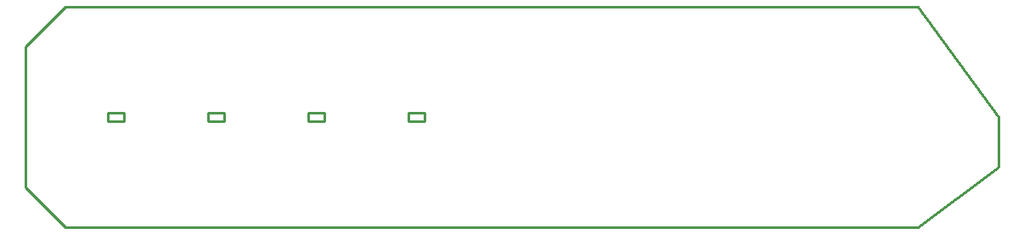
<source format=gko>
%FSTAX24Y24*%
%MOIN*%
G70*
G01*
G75*
G04 Layer_Color=16711935*
%ADD10R,0.0532X0.0472*%
%ADD11R,0.0728X0.0472*%
%ADD12R,0.0472X0.0532*%
%ADD13R,0.0807X0.0157*%
%ADD14R,0.0433X0.0256*%
%ADD15R,0.0472X0.0551*%
%ADD16R,0.0551X0.0472*%
%ADD17C,0.0100*%
%ADD18C,0.0200*%
G04:AMPARAMS|DCode=19|XSize=78.7mil|YSize=60mil|CornerRadius=0mil|HoleSize=0mil|Usage=FLASHONLY|Rotation=0.000|XOffset=0mil|YOffset=0mil|HoleType=Round|Shape=Octagon|*
%AMOCTAGOND19*
4,1,8,0.0394,-0.0150,0.0394,0.0150,0.0244,0.0300,-0.0244,0.0300,-0.0394,0.0150,-0.0394,-0.0150,-0.0244,-0.0300,0.0244,-0.0300,0.0394,-0.0150,0.0*
%
%ADD19OCTAGOND19*%

%ADD20C,0.0600*%
%ADD21R,0.0591X0.0591*%
%ADD22C,0.0591*%
%ADD23R,0.0591X0.0591*%
%ADD24C,0.0984*%
%ADD25R,0.0984X0.0984*%
%ADD26C,0.0320*%
%ADD27R,0.0551X0.0236*%
%ADD28O,0.0276X0.0984*%
%ADD29R,0.0315X0.0374*%
%ADD30C,0.0039*%
%ADD31R,0.0612X0.0552*%
%ADD32R,0.0808X0.0552*%
%ADD33R,0.0552X0.0612*%
%ADD34R,0.0887X0.0237*%
%ADD35R,0.0513X0.0336*%
%ADD36R,0.0552X0.0631*%
%ADD37R,0.0631X0.0552*%
G04:AMPARAMS|DCode=38|XSize=86.7mil|YSize=68mil|CornerRadius=0mil|HoleSize=0mil|Usage=FLASHONLY|Rotation=0.000|XOffset=0mil|YOffset=0mil|HoleType=Round|Shape=Octagon|*
%AMOCTAGOND38*
4,1,8,0.0434,-0.0170,0.0434,0.0170,0.0264,0.0340,-0.0264,0.0340,-0.0434,0.0170,-0.0434,-0.0170,-0.0264,-0.0340,0.0264,-0.0340,0.0434,-0.0170,0.0*
%
%ADD38OCTAGOND38*%

%ADD39C,0.0680*%
%ADD40R,0.0671X0.0671*%
%ADD41C,0.0671*%
%ADD42R,0.0671X0.0671*%
%ADD43C,0.1064*%
%ADD44R,0.1064X0.1064*%
%ADD45C,0.0400*%
%ADD46R,0.0631X0.0316*%
%ADD47O,0.0356X0.1064*%
%ADD48R,0.0395X0.0454*%
D17*
X04502Y048474D02*
X046595Y050048D01*
X04502Y042962D02*
X046595Y041387D01*
X080059D02*
X083209Y043749D01*
X080059Y050048D02*
X083209Y045718D01*
X04502Y042962D02*
Y048474D01*
X046595Y041387D02*
X080059D01*
X046595Y050048D02*
X080059D01*
X083209Y043749D02*
Y045718D01*
X048248Y045869D02*
X048878D01*
X048248D02*
X048248Y045554D01*
X048878D01*
X048878Y045869D01*
X052185D02*
X052815D01*
X052185D02*
X052185Y045554D01*
X052815D01*
X052815Y045869D01*
X056122D02*
X056752D01*
X056122D02*
X056122Y045554D01*
X056752D01*
X056752Y045869D01*
X060059D02*
X060689D01*
X060059D02*
X060059Y045554D01*
X060689D01*
X060689Y045869D01*
M02*

</source>
